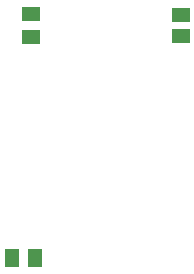
<source format=gtp>
G75*
%MOIN*%
%OFA0B0*%
%FSLAX24Y24*%
%IPPOS*%
%LPD*%
%AMOC8*
5,1,8,0,0,1.08239X$1,22.5*
%
%ADD10R,0.0591X0.0512*%
%ADD11R,0.0512X0.0630*%
%ADD12R,0.0630X0.0512*%
D10*
X006450Y019465D03*
X006450Y020135D03*
D11*
X000826Y012050D03*
X001574Y012050D03*
D12*
X001450Y019426D03*
X001450Y020174D03*
M02*

</source>
